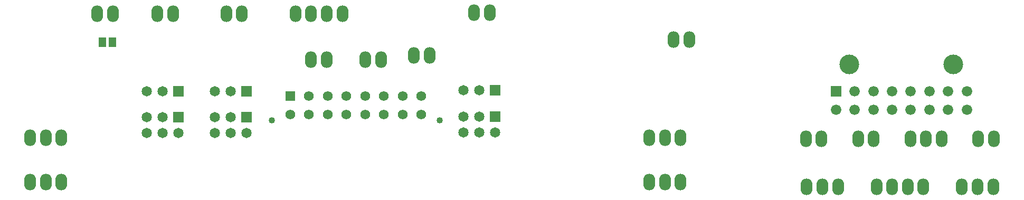
<source format=gbr>
%FSTAX26Y26*%
%MOMM*%
%SFA1B1*%

%IPPOS*%
%ADD16C,1.019998*%
%ADD17C,1.569997*%
%ADD18R,1.569997X1.569997*%
%ADD59O,1.902396X2.652395*%
%ADD60C,1.652397*%
%ADD61R,1.652397X1.652397*%
%ADD62C,3.152394*%
%ADD63C,1.672397*%
%ADD64R,1.672397X1.672397*%
%ADD69R,1.152398X1.602397*%
%LNpcb1_soldermask_top-1*%
%LPD*%
G54D16*
X-38048996Y00254D03*
X-11049D03*
G54D17*
X-35048977Y01193977D03*
X-32048983D03*
X-29048989D03*
X-26048995D03*
X-23048976D03*
X-20048982D03*
X-17048988D03*
X-14048994D03*
Y04193997D03*
X-17048988D03*
X-20048982D03*
X-23048976D03*
X-26048995D03*
X-29048989D03*
X-32048983D03*
G54D18*
X-35048977Y04193997D03*
G54D59*
X-74254995Y-09652D03*
X-71755D03*
X-7675499D03*
X-74254995Y-0254D03*
X-71755D03*
X-7675499D03*
X-56347995Y17399D03*
X-53848D03*
X-45318984D03*
X-42818989D03*
X-31709995Y10033D03*
X-2921D03*
X-22987D03*
X-20486979D03*
X-1524Y10668D03*
X-127D03*
X-05547995Y17526D03*
X-03048D03*
X22558984Y-0254D03*
X25058979D03*
X27559D03*
X25058979Y-09652D03*
X27559D03*
X22558984D03*
X28956Y13208D03*
X26416D03*
X47791979Y-10414D03*
X50292D03*
X52791995D03*
X58987969D03*
X61487989D03*
X63987984D03*
X66487979D03*
X72683979D03*
X75184D03*
X77683995D03*
X77810995Y-02667D03*
X75311D03*
X69428995D03*
X66928999D03*
X64428979D03*
X58547D03*
X56046979D03*
X50165D03*
X47664979D03*
X-26709979Y17399D03*
X-2921D03*
X-31709995D03*
X-3420999D03*
X-63519989D03*
X-66019984D03*
G54D60*
X-58039Y-01778D03*
X-55499D03*
X-52959D03*
X-47117D03*
X-44577D03*
X-42037D03*
X-44577Y00762D03*
Y04953D03*
X-47117D03*
Y00762D03*
X-55499Y04953D03*
X-58039D03*
Y00762D03*
X-55499D03*
X-07239Y-01651D03*
X-04699D03*
X-02159D03*
X-04699Y00889D03*
Y0508D03*
X-07239D03*
Y00889D03*
G54D61*
X-52959Y00762D03*
Y04953D03*
X-42037Y00762D03*
Y04953D03*
X-02159Y00889D03*
Y0508D03*
G54D62*
X54627983Y09272981D03*
X71307985D03*
G54D63*
X52467992Y0195298D03*
X55467986D03*
X5846798D03*
X61468D03*
X64467994D03*
X67467988D03*
X70467982D03*
X73467976D03*
Y04953D03*
X70467982D03*
X67467988D03*
X64467994D03*
X61468D03*
X5846798D03*
X55467986D03*
G54D64*
X52467992Y04953D03*
G54D69*
X-65213992Y12827D03*
X-63563982D03*
M02*
</source>
